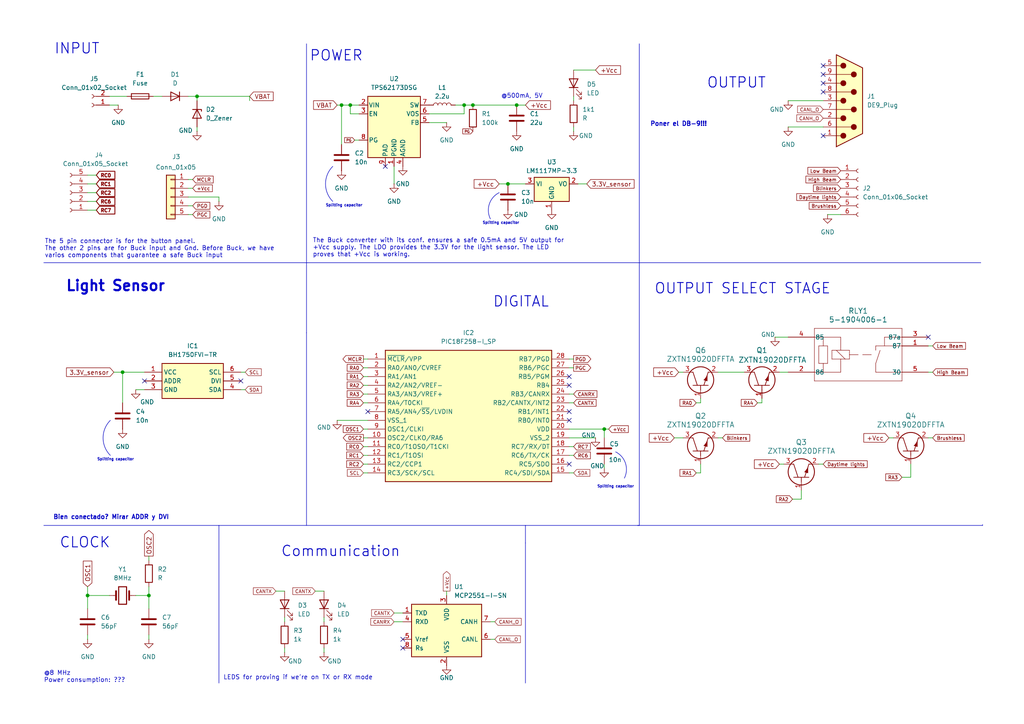
<source format=kicad_sch>
(kicad_sch (version 20231120) (generator "eeschema") (generator_version "8.0")
  (paper "A4")
  (title_block (title "Projecte Eines de Disseny: Llums") (date "2025-03-21") (rev "1.0") (company "Jordi Godàs i Max Pérez"))
  (lib_symbols
    (symbol "5-1904006-1:5-1904006-1" (pin_names (offset 0.254))
      (property "Reference" "RLY" (at 20.32 7.62 0))
      (property "Value" "5-1904006-1" (at 20.32 5.08 0))
      (symbol "5-1904006-1_0_1"
        (pin unspecified line (at 40.64 -2.54 180) (length 7.62) (name "87") (number "1"))
        (pin unspecified line (at 0 -10.16 0) (length 7.62) (name "86") (number "2"))
        (pin unspecified line (at 40.64 0 180) (length 7.62) (name "87a") (number "3"))
        (pin unspecified line (at 0 0 0) (length 7.62) (name "85") (number "4"))
        (pin unspecified line (at 40.64 -10.16 180) (length 7.62) (name "30") (number "5"))
      )
    )
    (symbol "Connector:Conn_01x02_Socket" (pin_names (offset 1.016) hide)
      (property "Reference" "J" (at 0 2.54 0))
      (property "Value" "Conn_01x02_Socket" (at 0 -5.08 0))
      (symbol "Conn_01x02_Socket_1_1"
        (pin passive line (at -5.08 0 0) (length 3.81) (name "Pin_1") (number "1"))
        (pin passive line (at -5.08 -2.54 0) (length 3.81) (name "Pin_2") (number "2"))
      )
    )
    (symbol "Connector:Conn_01x05_Socket" (pin_names (offset 1.016) hide)
      (property "Reference" "J" (at 0 7.62 0))
      (property "Value" "Conn_01x05_Socket" (at 0 -7.62 0))
      (symbol "Conn_01x05_Socket_1_1"
        (pin passive line (at -5.08 5.08 0) (length 3.81) (name "Pin_1") (number "1"))
        (pin passive line (at -5.08 2.54 0) (length 3.81) (name "Pin_2") (number "2"))
        (pin passive line (at -5.08 0 0) (length 3.81) (name "Pin_3") (number "3"))
        (pin passive line (at -5.08 -2.54 0) (length 3.81) (name "Pin_4") (number "4"))
        (pin passive line (at -5.08 -5.08 0) (length 3.81) (name "Pin_5") (number "5"))
      )
    )
    (symbol "Connector:Conn_01x06_Socket" (pin_names (offset 1.016) hide)
      (property "Reference" "J" (at 0 7.62 0))
      (property "Value" "Conn_01x06_Socket" (at 0 -10.16 0))
      (symbol "Conn_01x06_Socket_1_1"
        (pin passive line (at -5.08 5.08 0) (length 3.81) (name "Pin_1") (number "1"))
        (pin passive line (at -5.08 2.54 0) (length 3.81) (name "Pin_2") (number "2"))
        (pin passive line (at -5.08 0 0) (length 3.81) (name "Pin_3") (number "3"))
        (pin passive line (at -5.08 -2.54 0) (length 3.81) (name "Pin_4") (number "4"))
        (pin passive line (at -5.08 -5.08 0) (length 3.81) (name "Pin_5") (number "5"))
        (pin passive line (at -5.08 -7.62 0) (length 3.81) (name "Pin_6") (number "6"))
      )
    )
    (symbol "Connector:DE9_Plug" (pin_names (offset 1.016) hide)
      (property "Reference" "J" (at 0 13.97 0))
      (property "Value" "DE9_Plug" (at 0 -14.605 0))
      (symbol "DE9_Plug_1_1"
        (pin passive line (at -7.62 -10.16 0) (length 3.81) (name "1") (number "1"))
        (pin passive line (at -7.62 -5.08 0) (length 3.81) (name "2") (number "2"))
        (pin passive line (at -7.62 0 0) (length 3.81) (name "3") (number "3"))
        (pin passive line (at -7.62 5.08 0) (length 3.81) (name "4") (number "4"))
        (pin passive line (at -7.62 10.16 0) (length 3.81) (name "5") (number "5"))
        (pin passive line (at -7.62 -7.62 0) (length 3.81) (name "6") (number "6"))
        (pin passive line (at -7.62 -2.54 0) (length 3.81) (name "7") (number "7"))
        (pin passive line (at -7.62 2.54 0) (length 3.81) (name "8") (number "8"))
        (pin passive line (at -7.62 7.62 0) (length 3.81) (name "9") (number "9"))
      )
    )
    (symbol "Connector_Generic:Conn_01x05" (pin_names (offset 1.016) hide)
      (property "Reference" "J" (at 0 7.62 0))
      (property "Value" "Conn_01x05" (at 0 -7.62 0))
      (symbol "Conn_01x05_1_1"
        (pin passive line (at -5.08 5.08 0) (length 3.81) (name "Pin_1") (number "1"))
        (pin passive line (at -5.08 2.54 0) (length 3.81) (name "Pin_2") (number "2"))
        (pin passive line (at -5.08 0 0) (length 3.81) (name "Pin_3") (number "3"))
        (pin passive line (at -5.08 -2.54 0) (length 3.81) (name "Pin_4") (number "4"))
        (pin passive line (at -5.08 -5.08 0) (length 3.81) (name "Pin_5") (number "5"))
      )
    )
    (symbol "Device:C" (pin_numbers hide) (pin_names (offset 0.254))
      (property "Reference" "C" (at 0.635 2.54 0))
      (property "Value" "C" (at 0.635 -2.54 0))
      (symbol "C_1_1"
        (pin passive line (at 0 3.81 270) (length 2.794) (name "~") (number "1"))
        (pin passive line (at 0 -3.81 90) (length 2.794) (name "~") (number "2"))
      )
    )
    (symbol "Device:Crystal" (pin_numbers hide) (pin_names (offset 1.016) hide)
      (property "Reference" "Y" (at 0 3.81 0))
      (property "Value" "Crystal" (at 0 -3.81 0))
      (symbol "Crystal_1_1"
        (pin passive line (at -3.81 0 0) (length 1.27) (name "1") (number "1"))
        (pin passive line (at 3.81 0 180) (length 1.27) (name "2") (number "2"))
      )
    )
    (symbol "Device:D" (pin_numbers hide) (pin_names (offset 1.016) hide)
      (property "Reference" "D" (at 0 2.54 0))
      (property "Value" "D" (at 0 -2.54 0))
      (symbol "D_1_1"
        (pin passive line (at -3.81 0 0) (length 2.54) (name "K") (number "1"))
        (pin passive line (at 3.81 0 180) (length 2.54) (name "A") (number "2"))
      )
    )
    (symbol "Device:D_Zener" (pin_numbers hide) (pin_names (offset 1.016) hide)
      (property "Reference" "D" (at 0 2.54 0))
      (property "Value" "D_Zener" (at 0 -2.54 0))
      (symbol "D_Zener_1_1"
        (pin passive line (at -3.81 0 0) (length 2.54) (name "K") (number "1"))
        (pin passive line (at 3.81 0 180) (length 2.54) (name "A") (number "2"))
      )
    )
    (symbol "Device:Fuse" (pin_numbers hide) (pin_names (offset 0))
      (property "Reference" "F" (at 2.032 0 90))
      (property "Value" "Fuse" (at -1.905 0 90))
      (symbol "Fuse_1_1"
        (pin passive line (at 0 3.81 270) (length 1.27) (name "~") (number "1"))
        (pin passive line (at 0 -3.81 90) (length 1.27) (name "~") (number "2"))
      )
    )
    (symbol "Device:L" (pin_numbers hide) (pin_names (offset 1.016) hide)
      (property "Reference" "L" (at -1.27 0 90))
      (property "Value" "L" (at 1.905 0 90))
      (symbol "L_1_1"
        (pin passive line (at 0 3.81 270) (length 1.27) (name "1") (number "1"))
        (pin passive line (at 0 -3.81 90) (length 1.27) (name "2") (number "2"))
      )
    )
    (symbol "Device:LED" (pin_numbers hide) (pin_names (offset 1.016) hide)
      (property "Reference" "D" (at 0 2.54 0))
      (property "Value" "LED" (at 0 -2.54 0))
      (symbol "LED_1_1"
        (pin passive line (at -3.81 0 0) (length 2.54) (name "K") (number "1"))
        (pin passive line (at 3.81 0 180) (length 2.54) (name "A") (number "2"))
      )
    )
    (symbol "Device:R" (pin_numbers hide) (pin_names (offset 0))
      (property "Reference" "R" (at 2.032 0 90))
      (property "Value" "R" (at 0 0 90))
      (symbol "R_1_1"
        (pin passive line (at 0 3.81 270) (length 1.27) (name "~") (number "1"))
        (pin passive line (at 0 -3.81 90) (length 1.27) (name "~") (number "2"))
      )
    )
    (symbol "Interface_CAN_LIN:MCP2551-I-SN" (pin_names (offset 1.016))
      (property "Reference" "U" (at -10.16 8.89 0))
      (property "Value" "MCP2551-I-SN" (at 2.54 8.89 0))
      (symbol "MCP2551-I-SN_1_1"
        (pin input line (at -12.7 5.08 0) (length 2.54) (name "TXD") (number "1"))
        (pin power_in line (at 0 -10.16 90) (length 2.54) (name "VSS") (number "2"))
        (pin power_in line (at 0 10.16 270) (length 2.54) (name "VDD") (number "3"))
        (pin output line (at -12.7 2.54 0) (length 2.54) (name "RXD") (number "4"))
        (pin power_out line (at -12.7 -2.54 0) (length 2.54) (name "Vref") (number "5"))
        (pin bidirectional line (at 12.7 -2.54 180) (length 2.54) (name "CANL") (number "6"))
        (pin bidirectional line (at 12.7 2.54 180) (length 2.54) (name "CANH") (number "7"))
        (pin input line (at -12.7 -5.08 0) (length 2.54) (name "Rs") (number "8"))
      )
    )
    (symbol "PIC18F258-I_SP:PIC18F258-I_SP"
      (property "Reference" "IC" (at 54.61 7.62 0))
      (property "Value" "PIC18F258-I_SP" (at 54.61 5.08 0))
      (symbol "PIC18F258-I_SP_1_1"
        (pin passive line (at 0 0 0) (length 5.08) (name "~{MCLR}/VPP") (number "1"))
        (pin passive line (at 0 -22.86 0) (length 5.08) (name "OSC2/CLKO/RA6") (number "10"))
        (pin passive line (at 0 -25.4 0) (length 5.08) (name "RC0/T1OSO/T1CKI") (number "11"))
        (pin passive line (at 0 -27.94 0) (length 5.08) (name "RC1/T1OSI") (number "12"))
        (pin passive line (at 0 -30.48 0) (length 5.08) (name "RC2/CCP1") (number "13"))
        (pin passive line (at 0 -33.02 0) (length 5.08) (name "RC3/SCK/SCL") (number "14"))
        (pin passive line (at 58.42 -33.02 180) (length 5.08) (name "RC4/SDI/SDA") (number "15"))
        (pin passive line (at 58.42 -30.48 180) (length 5.08) (name "RC5/SDO") (number "16"))
        (pin passive line (at 58.42 -27.94 180) (length 5.08) (name "RC6/TX/CK") (number "17"))
        (pin passive line (at 58.42 -25.4 180) (length 5.08) (name "RC7/RX/DT") (number "18"))
        (pin passive line (at 58.42 -22.86 180) (length 5.08) (name "VSS_2") (number "19"))
        (pin passive line (at 0 -2.54 0) (length 5.08) (name "RA0/AN0/CVREF") (number "2"))
        (pin passive line (at 58.42 -20.32 180) (length 5.08) (name "VDD") (number "20"))
        (pin passive line (at 58.42 -17.78 180) (length 5.08) (name "RB0/INT0") (number "21"))
        (pin passive line (at 58.42 -15.24 180) (length 5.08) (name "RB1/INT1") (number "22"))
        (pin passive line (at 58.42 -12.7 180) (length 5.08) (name "RB2/CANTX/INT2") (number "23"))
        (pin passive line (at 58.42 -10.16 180) (length 5.08) (name "RB3/CANRX") (number "24"))
        (pin passive line (at 58.42 -7.62 180) (length 5.08) (name "RB4") (number "25"))
        (pin passive line (at 58.42 -5.08 180) (length 5.08) (name "RB5/PGM") (number "26"))
        (pin passive line (at 58.42 -2.54 180) (length 5.08) (name "RB6/PGC") (number "27"))
        (pin passive line (at 58.42 0 180) (length 5.08) (name "RB7/PGD") (number "28"))
        (pin passive line (at 0 -5.08 0) (length 5.08) (name "RA1/AN1") (number "3"))
        (pin passive line (at 0 -7.62 0) (length 5.08) (name "RA2/AN2/VREF-") (number "4"))
        (pin passive line (at 0 -10.16 0) (length 5.08) (name "RA3/AN3/VREF+") (number "5"))
        (pin passive line (at 0 -12.7 0) (length 5.08) (name "RA4/T0CKI") (number "6"))
        (pin passive line (at 0 -15.24 0) (length 5.08) (name "RA5/AN4/~{SS}/LVDIN") (number "7"))
        (pin passive line (at 0 -17.78 0) (length 5.08) (name "VSS_1") (number "8"))
        (pin passive line (at 0 -20.32 0) (length 5.08) (name "OSC1/CLKI") (number "9"))
      )
    )
    (symbol "Regulator_Linear:LM1117MP-3.3"
      (property "Reference" "U" (at -3.81 3.175 0))
      (property "Value" "LM1117MP-3.3" (at 0 3.175 0))
      (symbol "LM1117MP-3.3_1_1"
        (pin power_in line (at 0 -7.62 90) (length 2.54) (name "GND") (number "1"))
        (pin power_out line (at 7.62 0 180) (length 2.54) (name "VO") (number "2"))
        (pin power_in line (at -7.62 0 0) (length 2.54) (name "VI") (number "3"))
      )
    )
    (symbol "Regulator_Switching:TPS62173DSG" (pin_names (offset 0.254))
      (property "Reference" "U" (at -7.62 11.43 0))
      (property "Value" "TPS62173DSG" (at -1.27 11.43 0))
      (symbol "TPS62173DSG_1_1"
        (pin power_in line (at 0 -10.16 90) (length 2.54) (name "PGND") (number "1"))
        (pin power_in line (at -10.16 7.62 0) (length 2.54) (name "VIN") (number "2"))
        (pin input line (at -10.16 5.08 0) (length 2.54) (name "EN") (number "3"))
        (pin power_in line (at 2.54 -10.16 90) (length 2.54) (name "AGND") (number "4"))
        (pin input line (at 10.16 2.54 180) (length 2.54) (name "FB") (number "5"))
        (pin input line (at 10.16 5.08 180) (length 2.54) (name "VOS") (number "6"))
        (pin output line (at 10.16 7.62 180) (length 2.54) (name "SW") (number "7"))
        (pin open_collector line (at -10.16 -2.54 0) (length 2.54) (name "PG") (number "8"))
        (pin power_in line (at -2.54 -10.16 90) (length 2.54) (name "PAD") (number "9"))
      )
    )
    (symbol "ZXTN:ZXTN19020DFFTA" (pin_names (offset 0.254))
      (property "Reference" "Q" (at 10.16 2.54 0))
      (property "Value" "ZXTN19020DFFTA" (at 10.16 -2.54 0))
      (symbol "ZXTN19020DFFTA_0_1"
        (pin unspecified line (at 0 0 0) (length 2.54) (name "") (number "1"))
        (pin unspecified line (at 7.62 -5.08 90) (length 2.54) (name "") (number "2"))
        (pin unspecified line (at 7.62 5.08 270) (length 2.54) (name "") (number "3"))
      )
    )
    (symbol "power:GND" (power) (pin_numbers hide) (pin_names (offset 0) hide)
      (property "Value" "GND" (at 0 -3.81 0))
      (symbol "GND_1_1"
        (pin power_in line (at 0 0 270) (length 0) (name "~") (number "1"))
      )
    )
    (symbol "sensordigitalluz:BH1750FVI-TR"
      (property "Reference" "IC" (at 24.13 7.62 0))
      (property "Value" "BH1750FVI-TR" (at 24.13 5.08 0))
      (symbol "BH1750FVI-TR_1_1"
        (pin passive line (at 0 0 0) (length 5.08) (name "VCC") (number "1"))
        (pin passive line (at 0 -2.54 0) (length 5.08) (name "ADDR") (number "2"))
        (pin passive line (at 0 -5.08 0) (length 5.08) (name "GND") (number "3"))
        (pin passive line (at 27.94 -5.08 180) (length 5.08) (name "SDA") (number "4"))
        (pin passive line (at 27.94 -2.54 180) (length 5.08) (name "DVI") (number "5"))
        (pin passive line (at 27.94 0 180) (length 5.08) (name "SCL") (number "6"))
      )
    )
  )
  (junction (at 99.06 30.48))
  (junction (at 175.26 124.46))
  (junction (at 137.16 30.48))
  (junction (at 134.62 30.48))
  (junction (at 35.56 107.95))
  (junction (at 25.4 172.72))
  (junction (at 57.15 27.94))
  (junction (at 101.6 30.48))
  (junction (at 149.86 30.48))
  (junction (at 147.32 53.34))
  (junction (at 43.18 172.72))
  (no_connect (at 69.85 110.49))
  (no_connect (at 238.76 26.67))
  (no_connect (at 165.1 111.76))
  (no_connect (at 41.91 110.49))
  (no_connect (at 106.68 119.38))
  (no_connect (at 238.76 19.05))
  (no_connect (at 165.1 109.22))
  (no_connect (at 116.84 187.96))
  (no_connect (at 269.24 97.79))
  (no_connect (at 165.1 119.38))
  (no_connect (at 111.76 48.26))
  (no_connect (at 165.1 121.92))
  (no_connect (at 238.76 39.37))
  (no_connect (at 238.76 24.13))
  (no_connect (at 238.76 21.59))
  (no_connect (at 165.1 134.62))
  (no_connect (at 116.84 185.42))
  (wire (pts (xy 165.1 124.46) (xy 175.26 124.46)))
  (wire (pts (xy 220.98 116.84) (xy 220.98 115.57)))
  (wire (pts (xy 143.51 180.34) (xy 142.24 180.34)))
  (wire (pts (xy 166.37 104.14) (xy 165.1 104.14)))
  (wire (pts (xy 72.39 27.94) (xy 72.39 29.21)))
  (wire (pts (xy 166.37 29.21) (xy 166.37 27.94)))
  (polyline (pts (xy 12.7 152.4) (xy 63.5 152.4)))
  (wire (pts (xy 25.4 172.72) (xy 25.4 176.53)))
  (wire (pts (xy 35.56 107.95) (xy 41.91 107.95)))
  (polyline (pts (xy 185.42 76.2) (xy 284.48 76.2)))
  (wire (pts (xy 232.41 144.78) (xy 232.41 142.24)))
  (wire (pts (xy 149.86 30.48) (xy 152.4 30.48)))
  (wire (pts (xy 129.54 171.45) (xy 129.54 172.72)))
  (wire (pts (xy 228.6 29.21) (xy 238.76 29.21)))
  (wire (pts (xy 57.15 27.94) (xy 72.39 27.94)))
  (wire (pts (xy 35.56 116.84) (xy 35.56 107.95)))
  (wire (pts (xy 99.06 30.48) (xy 101.6 30.48)))
  (wire (pts (xy 105.41 111.76) (xy 106.68 111.76)))
  (wire (pts (xy 134.62 30.48) (xy 137.16 30.48)))
  (wire (pts (xy 134.62 30.48) (xy 134.62 33.02)))
  (wire (pts (xy 124.46 33.02) (xy 134.62 33.02)))
  (wire (pts (xy 54.61 54.61) (xy 55.88 54.61)))
  (wire (pts (xy 82.55 180.34) (xy 82.55 179.07)))
  (wire (pts (xy 264.16 138.43) (xy 264.16 134.62)))
  (wire (pts (xy 82.55 189.23) (xy 82.55 187.96)))
  (wire (pts (xy 269.24 100.33) (xy 270.51 100.33)))
  (wire (pts (xy 201.93 137.16) (xy 203.2 137.16)))
  (wire (pts (xy 172.72 127) (xy 165.1 127)))
  (polyline (pts (xy 88.9 12.7) (xy 88.9 76.2)))
  (wire (pts (xy 93.98 189.23) (xy 93.98 187.96)))
  (wire (pts (xy 175.26 124.46) (xy 175.26 127)))
  (wire (pts (xy 166.37 137.16) (xy 165.1 137.16)))
  (wire (pts (xy 114.3 48.26) (xy 114.3 53.34)))
  (wire (pts (xy 43.18 185.42) (xy 43.18 184.15)))
  (wire (pts (xy 166.37 114.3) (xy 165.1 114.3)))
  (wire (pts (xy 55.88 59.69) (xy 54.61 59.69)))
  (polyline (pts (xy 88.9 96.52) (xy 88.9 152.4)))
  (wire (pts (xy 167.64 53.34) (xy 170.18 53.34)))
  (wire (pts (xy 54.61 52.07) (xy 55.88 52.07)))
  (wire (pts (xy 25.4 50.8) (xy 27.94 50.8)))
  (wire (pts (xy 43.18 161.29) (xy 43.18 162.56)))
  (wire (pts (xy 105.41 127) (xy 106.68 127)))
  (wire (pts (xy 105.41 104.14) (xy 106.68 104.14)))
  (wire (pts (xy 54.61 27.94) (xy 57.15 27.94)))
  (wire (pts (xy 97.79 30.48) (xy 99.06 30.48)))
  (wire (pts (xy 144.78 53.34) (xy 147.32 53.34)))
  (wire (pts (xy 270.51 127) (xy 269.24 127)))
  (wire (pts (xy 226.06 107.95) (xy 228.6 107.95)))
  (polyline (pts (xy 185.42 76.2) (xy 185.42 152.4)))
  (polyline (pts (xy 152.4 152.4) (xy 185.42 152.4)))
  (wire (pts (xy 175.26 124.46) (xy 176.53 124.46)))
  (polyline (pts (xy 184.912 152.4) (xy 284.988 152.4)))
  (wire (pts (xy 226.06 134.62) (xy 227.33 134.62)))
  (wire (pts (xy 80.01 171.45) (xy 82.55 171.45)))
  (wire (pts (xy 105.41 124.46) (xy 106.68 124.46)))
  (wire (pts (xy 105.41 109.22) (xy 106.68 109.22)))
  (wire (pts (xy 25.4 172.72) (xy 31.75 172.72)))
  (wire (pts (xy 166.37 38.1) (xy 166.37 36.83)))
  (wire (pts (xy 257.81 127) (xy 259.08 127)))
  (wire (pts (xy 102.87 40.64) (xy 104.14 40.64)))
  (wire (pts (xy 137.16 30.48) (xy 149.86 30.48)))
  (wire (pts (xy 91.44 171.45) (xy 93.98 171.45)))
  (wire (pts (xy 229.87 144.78) (xy 232.41 144.78)))
  (wire (pts (xy 101.6 30.48) (xy 104.14 30.48)))
  (wire (pts (xy 99.06 30.48) (xy 99.06 41.91)))
  (wire (pts (xy 105.41 129.54) (xy 106.68 129.54)))
  (wire (pts (xy 114.3 180.34) (xy 116.84 180.34)))
  (wire (pts (xy 166.37 20.32) (xy 172.72 20.32)))
  (wire (pts (xy 240.03 62.23) (xy 243.84 62.23)))
  (wire (pts (xy 71.12 113.03) (xy 69.85 113.03)))
  (wire (pts (xy 195.58 127) (xy 198.12 127)))
  (wire (pts (xy 101.6 30.48) (xy 101.6 33.02)))
  (wire (pts (xy 101.6 33.02) (xy 104.14 33.02)))
  (polyline (pts (xy 63.5 152.4) (xy 152.4 152.4)))
  (wire (pts (xy 219.71 116.84) (xy 220.98 116.84)))
  (wire (pts (xy 114.3 177.8) (xy 116.84 177.8)))
  (wire (pts (xy 44.45 27.94) (xy 46.99 27.94)))
  (wire (pts (xy 132.08 30.48) (xy 134.62 30.48)))
  (wire (pts (xy 261.62 138.43) (xy 264.16 138.43)))
  (polyline (pts (xy 152.4 157.48) (xy 152.4 198.12)))
  (wire (pts (xy 25.4 60.96) (xy 27.94 60.96)))
  (wire (pts (xy 39.37 172.72) (xy 43.18 172.72)))
  (wire (pts (xy 39.37 113.03) (xy 41.91 113.03)))
  (wire (pts (xy 238.76 134.62) (xy 237.49 134.62)))
  (wire (pts (xy 63.5 57.15) (xy 63.5 58.42)))
  (polyline (pts (xy 63.5 152.4) (xy 63.5 198.12)))
  (wire (pts (xy 208.28 107.95) (xy 215.9 107.95)))
  (wire (pts (xy 55.88 62.23) (xy 54.61 62.23)))
  (wire (pts (xy 166.37 116.84) (xy 165.1 116.84)))
  (wire (pts (xy 31.75 27.94) (xy 36.83 27.94)))
  (wire (pts (xy 166.37 106.68) (xy 165.1 106.68)))
  (wire (pts (xy 25.4 55.88) (xy 27.94 55.88)))
  (wire (pts (xy 124.46 35.56) (xy 129.54 35.56)))
  (wire (pts (xy 166.37 129.54) (xy 165.1 129.54)))
  (wire (pts (xy 105.41 116.84) (xy 106.68 116.84)))
  (wire (pts (xy 203.2 116.84) (xy 203.2 115.57)))
  (wire (pts (xy 228.6 36.83) (xy 238.76 36.83)))
  (wire (pts (xy 224.79 97.79) (xy 228.6 97.79)))
  (wire (pts (xy 270.51 107.95) (xy 269.24 107.95)))
  (wire (pts (xy 31.75 30.48) (xy 34.29 30.48)))
  (wire (pts (xy 57.15 27.94) (xy 57.15 29.21)))
  (wire (pts (xy 196.85 107.95) (xy 198.12 107.95)))
  (wire (pts (xy 209.55 127) (xy 208.28 127)))
  (wire (pts (xy 43.18 170.18) (xy 43.18 172.72)))
  (wire (pts (xy 143.51 185.42) (xy 142.24 185.42)))
  (wire (pts (xy 25.4 185.42) (xy 25.4 184.15)))
  (polyline (pts (xy 12.7 76.2) (xy 101.6 76.2)))
  (wire (pts (xy 97.79 121.92) (xy 106.68 121.92)))
  (wire (pts (xy 25.4 58.42) (xy 27.94 58.42)))
  (wire (pts (xy 43.18 172.72) (xy 43.18 176.53)))
  (wire (pts (xy 105.41 137.16) (xy 106.68 137.16)))
  (wire (pts (xy 166.37 132.08) (xy 165.1 132.08)))
  (polyline (pts (xy 152.4 152.4) (xy 152.4 157.48)))
  (wire (pts (xy 25.4 53.34) (xy 27.94 53.34)))
  (wire (pts (xy 54.61 57.15) (xy 63.5 57.15)))
  (polyline (pts (xy 185.42 12.7) (xy 185.42 76.2)))
  (wire (pts (xy 71.12 107.95) (xy 69.85 107.95)))
  (wire (pts (xy 33.02 107.95) (xy 35.56 107.95)))
  (polyline (pts (xy 88.9 76.2) (xy 88.9 96.52)))
  (wire (pts (xy 175.26 135.89) (xy 175.26 134.62)))
  (wire (pts (xy 201.93 116.84) (xy 203.2 116.84)))
  (polyline (pts (xy 101.6 76.2) (xy 185.42 76.2)))
  (wire (pts (xy 57.15 38.1) (xy 57.15 36.83)))
  (wire (pts (xy 105.41 106.68) (xy 106.68 106.68)))
  (wire (pts (xy 147.32 53.34) (xy 152.4 53.34)))
  (wire (pts (xy 105.41 132.08) (xy 106.68 132.08)))
  (wire (pts (xy 105.41 114.3) (xy 106.68 114.3)))
  (wire (pts (xy 203.2 137.16) (xy 203.2 134.62)))
  (polyline (pts (xy 284.988 152.146) (xy 284.988 152.4)))
  (wire (pts (xy 93.98 180.34) (xy 93.98 179.07)))
  (wire (pts (xy 25.4 170.18) (xy 25.4 172.72)))
  (wire (pts (xy 105.41 134.62) (xy 106.68 134.62)))
  (arc (start 32.004 132.08) (mid 29.8998 127) (end 32.004 121.92))
  (arc (start 178.562 131.064) (mid 181.4102 134.3479) (end 181.102 138.684))
  (arc (start 96.52 58.42) (mid 94.4158 53.34) (end 96.52 48.26))
  (arc (start 142.24 63.5) (mid 141.9318 59.1639) (end 144.78 55.88))
  (text "INPUT" (at 22.352 14.224 0) (effects (font (size 3 3) (thickness 0.254) (bold yes))))
  (text "Bien conectado? Mirar ADDR y DVI" (at 32.258 150.114 0) (effects (font (size 1.27 1.27) (thickness 0.254) (bold yes))))
  (text "OUTPUT SELECT STAGE" (at 215.392 83.82 0) (effects (font (size 3 3) (thickness 0.254) (bold yes))))
  (text "Splitting capacitor" (at 99.822 59.69 0) (effects (font (size 0.75 0.75))))
  (text "LEDS for proving if we're on TX or RX mode" (at 64.77 196.596 0) (effects (font (size 1.27 1.27)) (justify left)))
  (text "Splitting capacitor" (at 178.562 141.224 0) (effects (font (size 0.75 0.75))))
  (text "POWER\n" (at 97.536 16.256 0) (effects (font (size 3 3) (thickness 0.254) (bold yes))))
  (text "Communication" (at 98.806 160.02 0) (effects (font (size 3 3) (thickness 0.255) (bold yes))))
  (text "Splitting capacitor" (at 145.288 64.77 0) (effects (font (size 0.75 0.75))))
  (text "Light Sensor" (at 33.528 83.058 0) (effects (font (size 3 3) (thickness 0.6) (bold yes))))
  (text "OUTPUT" (at 213.614 24.13 0) (effects (font (size 3 3) (thickness 0.254) (bold yes))))
  (text "The 5 pin connector is for the button panel.\nThe other 2 pins are for Buck input and Gnd. Before Buck, we have\nvarios components that guarantee a safe Buck input" (at 12.954 72.136 0) (effects (font (size 1.27 1.27) (thickness 0.1588)) (justify left)))
  (text "@500mA, 5V" (at 151.384 27.94 0) (effects (font (size 1.27 1.27))))
  (text "Poner el DB-9!!!" (at 196.85 36.068 0) (effects (font (size 1.27 1.27) (thickness 0.254) (bold yes))))
  (text "Splitting capacitor" (at 33.528 133.35 0) (effects (font (size 0.75 0.75))))
  (text "CLOCK" (at 24.638 157.48 0) (effects (font (size 3 3) (thickness 0.255) (bold yes))))
  (text "DIGITAL" (at 151.13 87.63 0) (effects (font (size 3 3) (thickness 0.255) (bold yes))))
  (text "@8 MHz\nPower consumption: ???" (at 12.7 196.342 0) (effects (font (size 1.27 1.27)) (justify left)))
  (text "The Buck converter with its conf. ensures a safe 0.5mA and 5V output for\n+Vcc supply. The LDO provides the 3.3V for the light sensor. The LED\nproves that +Vcc is working." (at 90.678 71.882 0) (effects (font (size 1.27 1.27) (thickness 0.1588)) (justify left)))
  (global_label "+Vcc" (shape input) (at 226.06 134.62 180) (property "Intersheetrefs" "${INTERSHEET_REFS}" (effects (hide yes))))
  (global_label "PGC" (shape input) (at 55.88 62.23 0) (effects (font (size 1.016 1.016))) (property "Intersheetrefs" "${INTERSHEET_REFS}" (effects (hide yes))))
  (global_label "RC6" (shape input) (at 166.37 132.08 0) (effects (font (size 1 1))) (property "Intersheetrefs" "${INTERSHEET_REFS}" (effects (hide yes))))
  (global_label "+Vcc" (shape input) (at 144.78 53.34 180) (property "Intersheetrefs" "${INTERSHEET_REFS}" (effects (hide yes))))
  (global_label "RC1" (shape input) (at 27.94 53.34 0) (effects (font (size 1 1) (thickness 0.254) (bold yes))) (property "Intersheetrefs" "${INTERSHEET_REFS}" (effects (hide yes))))
  (global_label "CANRX" (shape input) (at 166.37 114.3 0) (effects (font (size 1 1))) (property "Intersheetrefs" "${INTERSHEET_REFS}" (effects (hide yes))))
  (global_label "CANTX" (shape input) (at 91.44 171.45 180) (effects (font (size 1 1) (thickness 0.125))) (property "Intersheetrefs" "${INTERSHEET_REFS}" (effects (hide yes))))
  (global_label "CANTX" (shape input) (at 80.01 171.45 180) (effects (font (size 1 1) (thickness 0.125))) (property "Intersheetrefs" "${INTERSHEET_REFS}" (effects (hide yes))))
  (global_label "Brushless" (shape input) (at 243.84 59.69 180) (effects (font (size 1 1))) (property "Intersheetrefs" "${INTERSHEET_REFS}" (effects (hide yes))))
  (global_label "+Vcc" (shape input) (at 257.81 127 180) (property "Intersheetrefs" "${INTERSHEET_REFS}" (effects (hide yes))))
  (global_label "+Vcc" (shape input) (at 55.88 54.61 0) (effects (font (size 1 1))) (property "Intersheetrefs" "${INTERSHEET_REFS}" (effects (hide yes))))
  (global_label "RC6" (shape input) (at 27.94 58.42 0) (effects (font (size 1 1) (thickness 0.254) (bold yes))) (property "Intersheetrefs" "${INTERSHEET_REFS}" (effects (hide yes))))
  (global_label "RA4" (shape input) (at 219.71 116.84 180) (effects (font (size 1 1))) (property "Intersheetrefs" "${INTERSHEET_REFS}" (effects (hide yes))))
  (global_label "Blinkers" (shape input) (at 243.84 54.61 180) (effects (font (size 1 1))) (property "Intersheetrefs" "${INTERSHEET_REFS}" (effects (hide yes))))
  (global_label "RA3" (shape input) (at 261.62 138.43 180) (effects (font (size 1 1))) (property "Intersheetrefs" "${INTERSHEET_REFS}" (effects (hide yes))))
  (global_label "SDA" (shape input) (at 166.37 137.16 0) (effects (font (size 1 1) (thickness 0.125))) (property "Intersheetrefs" "${INTERSHEET_REFS}" (effects (hide yes))))
  (global_label "+Vcc" (shape input) (at 196.85 107.95 180) (property "Intersheetrefs" "${INTERSHEET_REFS}" (effects (hide yes))))
  (global_label "CANL_O" (shape input) (at 143.51 185.42 0) (effects (font (size 1 1) (thickness 0.125))) (property "Intersheetrefs" "${INTERSHEET_REFS}" (effects (hide yes))))
  (global_label "RC2" (shape input) (at 105.41 134.62 180) (effects (font (size 1 1))) (property "Intersheetrefs" "${INTERSHEET_REFS}" (effects (hide yes))))
  (global_label "+Vcc" (shape input) (at 172.72 20.32 0) (property "Intersheetrefs" "${INTERSHEET_REFS}" (effects (hide yes))))
  (global_label "PG" (shape input) (at 102.87 40.64 180) (effects (font (size 0.75 0.75))) (property "Intersheetrefs" "${INTERSHEET_REFS}" (effects (hide yes))))
  (global_label "MCLR" (shape input) (at 55.88 52.07 0) (effects (font (size 1.016 1.016))) (property "Intersheetrefs" "${INTERSHEET_REFS}" (effects (hide yes))))
  (global_label "CANH_O" (shape input) (at 143.51 180.34 0) (effects (font (size 1 1) (thickness 0.125))) (property "Intersheetrefs" "${INTERSHEET_REFS}" (effects (hide yes))))
  (global_label "RC7" (shape input) (at 27.94 60.96 0) (effects (font (size 1 1) (thickness 0.254) (bold yes))) (property "Intersheetrefs" "${INTERSHEET_REFS}" (effects (hide yes))))
  (global_label "RA2" (shape input) (at 229.87 144.78 180) (effects (font (size 1 1))) (property "Intersheetrefs" "${INTERSHEET_REFS}" (effects (hide yes))))
  (global_label "Daytime lights" (shape input) (at 238.76 134.62 0) (effects (font (size 1 1))) (property "Intersheetrefs" "${INTERSHEET_REFS}" (effects (hide yes))))
  (global_label "RA0" (shape input) (at 105.41 106.68 180) (effects (font (size 1 1))) (property "Intersheetrefs" "${INTERSHEET_REFS}" (effects (hide yes))))
  (global_label "+Vcc" (shape input) (at 195.58 127 180) (property "Intersheetrefs" "${INTERSHEET_REFS}" (effects (hide yes))))
  (global_label "3.3V_sensor" (shape input) (at 170.18 53.34 0) (property "Intersheetrefs" "${INTERSHEET_REFS}" (effects (hide yes))))
  (global_label "OSC1" (shape input) (at 25.4 170.18 90) (property "Intersheetrefs" "${INTERSHEET_REFS}" (effects (hide yes))))
  (global_label "Low Beam" (shape input) (at 270.51 100.33 0) (effects (font (size 1 1))) (property "Intersheetrefs" "${INTERSHEET_REFS}" (effects (hide yes))))
  (global_label "+Vcc" (shape output) (at 129.54 171.45 90) (effects (font (size 1 1) (thickness 0.125))) (property "Intersheetrefs" "${INTERSHEET_REFS}" (effects (hide yes))))
  (global_label "+Vcc" (shape input) (at 152.4 30.48 0) (property "Intersheetrefs" "${INTERSHEET_REFS}" (effects (hide yes))))
  (global_label "OSC2" (shape output) (at 105.41 127 180) (effects (font (size 1 1))) (property "Intersheetrefs" "${INTERSHEET_REFS}" (effects (hide yes))))
  (global_label "RA4" (shape input) (at 105.41 116.84 180) (effects (font (size 1 1))) (property "Intersheetrefs" "${INTERSHEET_REFS}" (effects (hide yes))))
  (global_label "3.3V_sensor" (shape input) (at 33.02 107.95 180) (property "Intersheetrefs" "${INTERSHEET_REFS}" (effects (hide yes))))
  (global_label "VBAT" (shape input) (at 97.79 30.48 180) (property "Intersheetrefs" "${INTERSHEET_REFS}" (effects (hide yes))))
  (global_label "RA2" (shape input) (at 105.41 111.76 180) (effects (font (size 1 1))) (property "Intersheetrefs" "${INTERSHEET_REFS}" (effects (hide yes))))
  (global_label "RC2" (shape input) (at 27.94 55.88 0) (effects (font (size 1 1) (thickness 0.254) (bold yes))) (property "Intersheetrefs" "${INTERSHEET_REFS}" (effects (hide yes))))
  (global_label "RA0" (shape input) (at 201.93 116.84 180) (effects (font (size 1 1))) (property "Intersheetrefs" "${INTERSHEET_REFS}" (effects (hide yes))))
  (global_label "CANL_O" (shape input) (at 238.76 31.75 180) (effects (font (size 1 1) (thickness 0.125))) (property "Intersheetrefs" "${INTERSHEET_REFS}" (effects (hide yes))))
  (global_label "Blinkers" (shape input) (at 209.55 127 0) (effects (font (size 1 1))) (property "Intersheetrefs" "${INTERSHEET_REFS}" (effects (hide yes))))
  (global_label "PGC" (shape output) (at 166.37 106.68 0) (effects (font (size 1.016 1.016))) (property "Intersheetrefs" "${INTERSHEET_REFS}" (effects (hide yes))))
  (global_label "+Vcc" (shape input) (at 176.53 124.46 0) (effects (font (size 1 1))) (property "Intersheetrefs" "${INTERSHEET_REFS}" (effects (hide yes))))
  (global_label "RC0" (shape input) (at 105.41 129.54 180) (effects (font (size 1 1))) (property "Intersheetrefs" "${INTERSHEET_REFS}" (effects (hide yes))))
  (global_label "OSC2" (shape output) (at 43.18 161.29 90) (property "Intersheetrefs" "${INTERSHEET_REFS}" (effects (hide yes))))
  (global_label "RA1" (shape input) (at 201.93 137.16 180) (effects (font (size 1 1))) (property "Intersheetrefs" "${INTERSHEET_REFS}" (effects (hide yes))))
  (global_label "VBAT" (shape input) (at 72.39 27.94 0) (property "Intersheetrefs" "${INTERSHEET_REFS}" (effects (hide yes))))
  (global_label "PGD" (shape input) (at 55.88 59.69 0) (effects (font (size 1.016 1.016))) (property "Intersheetrefs" "${INTERSHEET_REFS}" (effects (hide yes))))
  (global_label "CANH_O" (shape input) (at 238.76 34.29 180) (effects (font (size 1 1) (thickness 0.125))) (property "Intersheetrefs" "${INTERSHEET_REFS}" (effects (hide yes))))
  (global_label "PGD" (shape output) (at 166.37 104.14 0) (effects (font (size 1.016 1.016))) (property "Intersheetrefs" "${INTERSHEET_REFS}" (effects (hide yes))))
  (global_label "RC1" (shape input) (at 105.41 132.08 180) (effects (font (size 1 1))) (property "Intersheetrefs" "${INTERSHEET_REFS}" (effects (hide yes))))
  (global_label "CANTX" (shape input) (at 166.37 116.84 0) (effects (font (size 1 1))) (property "Intersheetrefs" "${INTERSHEET_REFS}" (effects (hide yes))))
  (global_label "CANTX" (shape input) (at 114.3 177.8 180) (effects (font (size 1 1) (thickness 0.125))) (property "Intersheetrefs" "${INTERSHEET_REFS}" (effects (hide yes))))
  (global_label "RC0" (shape input) (at 27.94 50.8 0) (effects (font (size 1 1) (thickness 0.254) (bold yes))) (property "Intersheetrefs" "${INTERSHEET_REFS}" (effects (hide yes))))
  (global_label "SCL" (shape input) (at 105.41 137.16 180) (effects (font (size 1 1) (thickness 0.125))) (property "Intersheetrefs" "${INTERSHEET_REFS}" (effects (hide yes))))
  (global_label "RA3" (shape input) (at 105.41 114.3 180) (effects (font (size 1 1))) (property "Intersheetrefs" "${INTERSHEET_REFS}" (effects (hide yes))))
  (global_label "SDA" (shape input) (at 71.12 113.03 0) (effects (font (size 1 1) (thickness 0.125))) (property "Intersheetrefs" "${INTERSHEET_REFS}" (effects (hide yes))))
  (global_label "RA1" (shape input) (at 105.41 109.22 180) (effects (font (size 1 1))) (property "Intersheetrefs" "${INTERSHEET_REFS}" (effects (hide yes))))
  (global_label "MCLR" (shape output) (at 105.41 104.14 180) (effects (font (size 1.016 1.016))) (property "Intersheetrefs" "${INTERSHEET_REFS}" (effects (hide yes))))
  (global_label "OSC1" (shape input) (at 105.41 124.46 180) (effects (font (size 1 1))) (property "Intersheetrefs" "${INTERSHEET_REFS}" (effects (hide yes))))
  (global_label "Low Beam" (shape input) (at 243.84 49.53 180) (effects (font (size 1 1))) (property "Intersheetrefs" "${INTERSHEET_REFS}" (effects (hide yes))))
  (global_label "CANRX" (shape input) (at 114.3 180.34 180) (effects (font (size 1 1) (thickness 0.125))) (property "Intersheetrefs" "${INTERSHEET_REFS}" (effects (hide yes))))
  (global_label "Daytime lights" (shape input) (at 243.84 57.15 180) (effects (font (size 1 1))) (property "Intersheetrefs" "${INTERSHEET_REFS}" (effects (hide yes))))
  (global_label "RC7" (shape input) (at 166.37 129.54 0) (effects (font (size 1 1))) (property "Intersheetrefs" "${INTERSHEET_REFS}" (effects (hide yes))))
  (global_label "PG" (shape input) (at 137.16 38.1 180) (effects (font (size 0.75 0.75))) (property "Intersheetrefs" "${INTERSHEET_REFS}" (effects (hide yes))))
  (global_label "High Beam" (shape input) (at 270.51 107.95 0) (effects (font (size 1 1))) (property "Intersheetrefs" "${INTERSHEET_REFS}" (effects (hide yes))))
  (global_label "SCL" (shape input) (at 71.12 107.95 0) (effects (font (size 1 1) (thickness 0.125))) (property "Intersheetrefs" "${INTERSHEET_REFS}" (effects (hide yes))))
  (global_label "High Beam" (shape input) (at 243.84 52.07 180) (effects (font (size 1 1))) (property "Intersheetrefs" "${INTERSHEET_REFS}" (effects (hide yes))))
  (global_label "Brushless" (shape input) (at 270.51 127 0) (effects (font (size 1 1))) (property "Intersheetrefs" "${INTERSHEET_REFS}" (effects (hide yes))))
  (symbol (lib_id "sensordigitalluz:BH1750FVI-TR") (at 41.91 107.95 0) (unit 1)
    (property "Reference" "IC1" (at 55.88 100.33 0))
    (property "Value" "BH1750FVI-TR" (at 55.88 102.87 0))
    (property "Footprint" "WSOF6" (effects (hide yes)))
    (property "Datasheet" "https://componentsearchengine.com/Datasheets/2/BH1750FVI-TR.pdf" (effects (hide yes)))
    (property "Description" "Ambient Light Sensor,16bit,I2C,WSOF6I ROHM BH1750FVI-TR Ambient Light Sensor Unit Surface Mount" (effects (hide yes)))
    (property "Mouser Part Number" "755-BH1750FVI-TR" (effects (hide yes)))
    (property "Mouser Price/Stock" "https://www.mouser.co.uk/ProductDetail/ROHM-Semiconductor/BH1750FVI-TR?qs=phc6PQ%252BTPUNy88lRCs6mVA%3D%3D" (effects (hide yes)))
    (property "Manufacturer_Name" "ROHM Semiconductor" (effects (hide yes)))
    (property "Manufacturer_Part_Number" "BH1750FVI-TR" (effects (hide yes)))
  )
  (symbol (lib_id "power:GND") (at 34.29 30.48 0) (unit 1)
    (property "Reference" "#PWR06" (effects (hide yes)))
    (property "Value" "GND" (at 34.29 35.56 0))
    (property "Description" "Power symbol creates a global label with name \"GND\" , ground" (effects (hide yes)))
  )
  (symbol (lib_id "power:GND") (at 129.54 35.56 0) (unit 1)
    (property "Reference" "#PWR09" (effects (hide yes)))
    (property "Value" "GND" (at 129.54 40.64 0))
    (property "Description" "Power symbol creates a global label with name \"GND\" , ground" (effects (hide yes)))
  )
  (symbol (lib_id "power:GND") (at 82.55 189.23 0) (unit 1)
    (property "Reference" "#PWR04" (effects (hide yes)))
    (property "Value" "GND" (at 85.598 191.77 0))
    (property "Description" "Power symbol creates a global label with name \"GND\" , ground" (effects (hide yes)))
  )
  (symbol (lib_id "Device:Fuse") (at 40.64 27.94 90) (unit 1)
    (property "Reference" "F1" (at 40.64 21.59 90))
    (property "Value" "Fuse" (at 40.64 24.13 90))
    (property "Description" "Fuse" (effects (hide yes)))
  )
  (symbol (lib_id "power:GND") (at 116.84 48.26 0) (unit 1)
    (property "Reference" "#PWR011" (effects (hide yes)))
    (property "Value" "GND" (at 116.84 53.34 0))
    (property "Description" "Power symbol creates a global label with name \"GND\" , ground" (effects (hide yes)))
  )
  (symbol (lib_id "Device:R") (at 43.18 166.37 0) (unit 1)
    (property "Reference" "R2" (at 45.72 165.0999 0) (effects (justify left)))
    (property "Value" "R" (at 45.72 167.6399 0) (effects (justify left)))
    (property "Description" "Resistor" (effects (hide yes)))
  )
  (symbol (lib_id "power:GND") (at 240.03 62.23 0) (unit 1)
    (property "Reference" "#PWR021" (effects (hide yes)))
    (property "Value" "GND" (at 240.03 67.31 0))
    (property "Description" "Power symbol creates a global label with name \"GND\" , ground" (effects (hide yes)))
  )
  (symbol (lib_id "power:GND") (at 224.79 97.79 0) (unit 1)
    (property "Reference" "#PWR025" (effects (hide yes)))
    (property "Value" "GND" (at 222.758 97.028 0))
    (property "Description" "Power symbol creates a global label with name \"GND\" , ground" (effects (hide yes)))
  )
  (symbol (lib_id "power:GND") (at 149.86 38.1 0) (unit 1)
    (property "Reference" "#PWR010" (effects (hide yes)))
    (property "Value" "GND" (at 149.86 43.18 0))
    (property "Description" "Power symbol creates a global label with name \"GND\" , ground" (effects (hide yes)))
  )
  (symbol (lib_id "Device:LED") (at 82.55 175.26 90) (unit 1)
    (property "Reference" "D3" (at 86.36 175.5774 90) (effects (justify right)))
    (property "Value" "LED" (at 86.36 178.1174 90) (effects (justify right)))
    (property "Description" "Light emitting diode" (effects (hide yes)))
  )
  (symbol (lib_id "Device:C") (at 99.06 45.72 0) (unit 1)
    (property "Reference" "C2" (at 102.87 44.4499 0) (effects (justify left)))
    (property "Value" "10n" (at 102.87 46.9899 0) (effects (justify left)))
    (property "Description" "Unpolarized capacitor" (effects (hide yes)))
  )
  (symbol (lib_id "power:GND") (at 166.37 38.1 0) (unit 1)
    (property "Reference" "#PWR014" (effects (hide yes)))
    (property "Value" "GND" (at 169.926 39.37 0))
    (property "Description" "Power symbol creates a global label with name \"GND\" , ground" (effects (hide yes)))
  )
  (symbol (lib_id "Connector:Conn_01x06_Socket") (at 248.92 54.61 0) (unit 1)
    (property "Reference" "J2" (at 250.19 54.6099 0) (effects (justify left)))
    (property "Value" "Conn_01x06_Socket" (at 250.19 57.1499 0) (effects (justify left)))
    (property "Description" "Generic connector, single row, 01x06, script generated" (effects (hide yes)))
  )
  (symbol (lib_id "power:GND") (at 63.5 58.42 0) (unit 1)
    (property "Reference" "#PWR022" (effects (hide yes)))
    (property "Value" "GND" (at 63.5 63.5 0))
    (property "Description" "Power symbol creates a global label with name \"GND\" , ground" (effects (hide yes)))
  )
  (symbol (lib_id "Device:R") (at 137.16 34.29 0) (unit 1)
    (property "Reference" "R1" (at 139.7 33.0199 0) (effects (justify left)))
    (property "Value" "100k" (at 139.7 35.5599 0) (effects (justify left)))
    (property "Description" "Resistor" (effects (hide yes)))
  )
  (symbol (lib_id "power:GND") (at 39.37 113.03 0) (unit 1)
    (property "Reference" "#PWR016" (effects (hide yes)))
    (property "Value" "GND" (at 42.672 116.586 0))
    (property "Description" "Power symbol creates a global label with name \"GND\" , ground" (effects (hide yes)))
  )
  (symbol (lib_id "ZXTN:ZXTN19020DFFTA") (at 264.16 134.62 90) (unit 1)
    (property "Reference" "Q4" (at 264.16 120.65 90) (effects (font (size 1.524 1.524))))
    (property "Value" "ZXTN19020DFFTA" (at 264.16 123.19 90) (effects (font (size 1.524 1.524))))
    (property "Footprint" "ZXTN19020DFFTA_DIO" (effects (hide yes)))
    (property "Datasheet" "ZXTN19020DFFTA" (effects (hide yes)))
  )
  (symbol (lib_id "Device:C") (at 175.26 130.81 0) (unit 1)
    (property "Reference" "C5" (at 176.784 128.778 0) (effects (justify left)))
    (property "Value" "10n" (at 176.53 133.35 0) (effects (justify left)))
    (property "Description" "Unpolarized capacitor" (effects (hide yes)))
  )
  (symbol (lib_id "power:GND") (at 43.18 185.42 0) (unit 1)
    (property "Reference" "#PWR02" (effects (hide yes)))
    (property "Value" "GND" (at 43.18 190.5 0))
    (property "Description" "Power symbol creates a global label with name \"GND\" , ground" (effects (hide yes)))
  )
  (symbol (lib_id "Regulator_Linear:LM1117MP-3.3") (at 160.02 53.34 0) (unit 1)
    (property "Reference" "U3" (at 160.02 46.99 0))
    (property "Value" "LM1117MP-3.3" (at 160.02 49.53 0))
    (property "Footprint" "Package_TO_SOT_SMD:SOT-223-3_TabPin2" (effects (hide yes)))
    (property "Datasheet" "http://www.ti.com/lit/ds/symlink/lm1117.pdf" (effects (hide yes)))
    (property "Description" "800mA Low-Dropout Linear Regulator, 3.3V fixed output, SOT-223" (effects (hide yes)))
  )
  (symbol (lib_id "Connector_Generic:Conn_01x05") (at 49.53 57.15 0) (mirror y) (unit 1)
    (property "Reference" "J3" (at 52.324 45.466 0) (effects (justify left)))
    (property "Value" "Conn_01x05" (at 56.896 48.514 0) (effects (justify left)))
    (property "Description" "Generic connector, single row, 01x05, script generated (kicad-library-utils/schlib/autogen/connector/)" (effects (hide yes)))
  )
  (symbol (lib_id "power:GND") (at 228.6 36.83 0) (unit 1)
    (property "Reference" "#PWR020" (effects (hide yes)))
    (property "Value" "GND" (at 228.6 41.91 0))
    (property "Description" "Power symbol creates a global label with name \"GND\" , ground" (effects (hide yes)))
  )
  (symbol (lib_id "Device:D_Zener") (at 57.15 33.02 270) (unit 1)
    (property "Reference" "D2" (at 59.69 31.7499 90) (effects (justify left)))
    (property "Value" "D_Zener" (at 59.69 34.2899 90) (effects (justify left)))
    (property "Description" "Zener diode" (effects (hide yes)))
  )
  (symbol (lib_id "power:GND") (at 129.54 193.04 0) (unit 1)
    (property "Reference" "#PWR03" (effects (hide yes)))
    (property "Value" "GND" (at 129.54 196.596 0))
    (property "Description" "Power symbol creates a global label with name \"GND\" , ground" (effects (hide yes)))
  )
  (symbol (lib_id "power:GND") (at 172.72 127 0) (unit 1)
    (property "Reference" "#PWR024" (effects (hide yes)))
    (property "Value" "GND" (at 170.688 126.238 0))
    (property "Description" "Power symbol creates a global label with name \"GND\" , ground" (effects (hide yes)))
  )
  (symbol (lib_id "Device:D") (at 50.8 27.94 180) (unit 1)
    (property "Reference" "D1" (at 50.8 21.59 0))
    (property "Value" "D" (at 50.8 24.13 0))
    (property "Description" "Diode" (effects (hide yes)))
    (property "Sim.Device" "D" (effects (hide yes)))
    (property "Sim.Pins" "1=K 2=A" (effects (hide yes)))
  )
  (symbol (lib_id "power:GND") (at 97.79 121.92 0) (unit 1)
    (property "Reference" "#PWR023" (effects (hide yes)))
    (property "Value" "GND" (at 93.98 123.952 0))
    (property "Description" "Power symbol creates a global label with name \"GND\" , ground" (effects (hide yes)))
  )
  (symbol (lib_id "Device:C") (at 25.4 180.34 0) (unit 1)
    (property "Reference" "C6" (at 29.21 179.0699 0) (effects (justify left)))
    (property "Value" "56pF" (at 29.21 181.6099 0) (effects (justify left)))
    (property "Description" "Unpolarized capacitor" (effects (hide yes)))
  )
  (symbol (lib_id "Device:C") (at 35.56 120.65 0) (unit 1)
    (property "Reference" "C4" (at 39.37 119.3799 0) (effects (justify left)))
    (property "Value" "10n" (at 39.37 121.9199 0) (effects (justify left)))
    (property "Description" "Unpolarized capacitor" (effects (hide yes)))
  )
  (symbol (lib_id "power:GND") (at 175.26 135.89 0) (unit 1)
    (property "Reference" "#PWR018" (effects (hide yes)))
    (property "Value" "GND" (at 173.228 135.128 0))
    (property "Description" "Power symbol creates a global label with name \"GND\" , ground" (effects (hide yes)))
  )
  (symbol (lib_id "power:GND") (at 160.02 60.96 0) (unit 1)
    (property "Reference" "#PWR015" (effects (hide yes)))
    (property "Value" "GND" (at 160.02 66.04 0))
    (property "Description" "Power symbol creates a global label with name \"GND\" , ground" (effects (hide yes)))
  )
  (symbol (lib_id "power:GND") (at 114.3 53.34 0) (unit 1)
    (property "Reference" "#PWR012" (effects (hide yes)))
    (property "Value" "GND" (at 114.3 58.42 0))
    (property "Description" "Power symbol creates a global label with name \"GND\" , ground" (effects (hide yes)))
  )
  (symbol (lib_id "power:GND") (at 25.4 185.42 0) (unit 1)
    (property "Reference" "#PWR01" (effects (hide yes)))
    (property "Value" "GND" (at 25.4 190.5 0))
    (property "Description" "Power symbol creates a global label with name \"GND\" , ground" (effects (hide yes)))
  )
  (symbol (lib_id "power:GND") (at 147.32 60.96 0) (unit 1)
    (property "Reference" "#PWR08" (effects (hide yes)))
    (property "Value" "GND" (at 151.13 62.23 0))
    (property "Description" "Power symbol creates a global label with name \"GND\" , ground" (effects (hide yes)))
  )
  (symbol (lib_id "power:GND") (at 57.15 38.1 0) (unit 1)
    (property "Reference" "#PWR07" (effects (hide yes)))
    (property "Value" "GND" (at 53.848 37.846 0))
    (property "Description" "Power symbol creates a global label with name \"GND\" , ground" (effects (hide yes)))
  )
  (symbol (lib_id "Connector:Conn_01x02_Socket") (at 26.67 30.48 180) (unit 1)
    (property "Reference" "J5" (at 27.305 22.86 0))
    (property "Value" "Conn_01x02_Socket" (at 27.305 25.4 0))
    (property "Description" "Generic connector, single row, 01x02, script generated" (effects (hide yes)))
  )
  (symbol (lib_id "Device:C") (at 149.86 34.29 0) (unit 1)
    (property "Reference" "C1" (at 153.67 33.0199 0) (effects (justify left)))
    (property "Value" "22u" (at 153.67 35.5599 0) (effects (justify left)))
    (property "Description" "Unpolarized capacitor" (effects (hide yes)))
  )
  (symbol (lib_id "ZXTN:ZXTN19020DFFTA") (at 220.98 115.57 90) (unit 1)
    (property "Reference" "Q1" (at 220.98 101.6 90) (effects (font (size 1.524 1.524))))
    (property "Value" "ZXTN19020DFFTA" (at 224.028 104.394 90) (effects (font (size 1.524 1.524))))
    (property "Footprint" "ZXTN19020DFFTA_DIO" (effects (hide yes)))
    (property "Datasheet" "ZXTN19020DFFTA" (effects (hide yes)))
  )
  (symbol (lib_id "Device:R") (at 82.55 184.15 0) (unit 1)
    (property "Reference" "R3" (at 85.09 182.8799 0) (effects (justify left)))
    (property "Value" "1k" (at 85.09 185.4199 0) (effects (justify left)))
    (property "Description" "Resistor" (effects (hide yes)))
  )
  (symbol (lib_id "power:GND") (at 35.56 124.46 0) (unit 1)
    (property "Reference" "#PWR017" (effects (hide yes)))
    (property "Value" "GND" (at 35.56 129.54 0))
    (property "Description" "Power symbol creates a global label with name \"GND\" , ground" (effects (hide yes)))
  )
  (symbol (lib_id "Device:C") (at 147.32 57.15 0) (unit 1)
    (property "Reference" "C3" (at 151.13 55.8799 0) (effects (justify left)))
    (property "Value" "10n" (at 151.13 58.4199 0) (effects (justify left)))
    (property "Description" "Unpolarized capacitor" (effects (hide yes)))
  )
  (symbol (lib_id "ZXTN:ZXTN19020DFFTA") (at 203.2 134.62 90) (unit 1)
    (property "Reference" "Q2" (at 203.2 120.65 90) (effects (font (size 1.524 1.524))))
    (property "Value" "ZXTN19020DFFTA" (at 203.2 123.19 90) (effects (font (size 1.524 1.524))))
    (property "Footprint" "ZXTN19020DFFTA_DIO" (effects (hide yes)))
    (property "Datasheet" "ZXTN19020DFFTA" (effects (hide yes)))
  )
  (symbol (lib_id "5-1904006-1:5-1904006-1") (at 228.6 97.79 0) (unit 1)
    (property "Reference" "RLY1" (at 248.92 90.17 0) (effects (font (size 1.524 1.524))))
    (property "Value" "5-1904006-1" (at 248.92 92.71 0) (effects (font (size 1.524 1.524))))
    (property "Footprint" "5-1904006-1:RELAY5_5-1904006-1_TEC" (effects (hide yes)))
    (property "Datasheet" "https://datasheet.octopart.com/5-1904006-1-TE-Connectivity-datasheet-119678110.pdf" (effects (hide yes)))
  )
  (symbol (lib_id "Regulator_Switching:TPS62173DSG") (at 114.3 38.1 0) (unit 1)
    (property "Reference" "U2" (at 114.3 22.86 0))
    (property "Value" "TPS62173DSG" (at 114.3 25.4 0))
    (property "Footprint" "Package_SON:WSON-8-1EP_2x2mm_P0.5mm_EP0.9x1.6mm_ThermalVias" (effects (hide yes)))
    (property "Datasheet" "http://www.ti.com/lit/ds/symlink/tps62170.pdf" (effects (hide yes)))
    (property "Description" "500mA Step-Down Converter with DCS-Control, fixed 5.0V output, 3-17V input voltage, WSON-8" (effects (hide yes)))
  )
  (symbol (lib_id "ZXTN:ZXTN19020DFFTA") (at 232.41 142.24 90) (unit 1)
    (property "Reference" "Q3" (at 232.41 128.27 90) (effects (font (size 1.524 1.524))))
    (property "Value" "ZXTN19020DFFTA" (at 232.41 130.81 90) (effects (font (size 1.524 1.524))))
    (property "Footprint" "ZXTN19020DFFTA_DIO" (effects (hide yes)))
    (property "Datasheet" "ZXTN19020DFFTA" (effects (hide yes)))
  )
  (symbol (lib_id "Device:C") (at 43.18 180.34 0) (unit 1)
    (property "Reference" "C7" (at 46.99 179.0699 0) (effects (justify left)))
    (property "Value" "56pF" (at 46.99 181.6099 0) (effects (justify left)))
    (property "Description" "Unpolarized capacitor" (effects (hide yes)))
  )
  (symbol (lib_id "power:GND") (at 228.6 29.21 0) (unit 1)
    (property "Reference" "#PWR019" (effects (hide yes)))
    (property "Value" "GND" (at 225.298 31.75 0))
    (property "Description" "Power symbol creates a global label with name \"GND\" , ground" (effects (hide yes)))
  )
  (symbol (lib_id "power:GND") (at 99.06 49.53 0) (unit 1)
    (property "Reference" "#PWR013" (effects (hide yes)))
    (property "Value" "GND" (at 99.06 54.61 0))
    (property "Description" "Power symbol creates a global label with name \"GND\" , ground" (effects (hide yes)))
  )
  (symbol (lib_id "Device:L") (at 128.27 30.48 90) (unit 1)
    (property "Reference" "L1" (at 128.27 25.4 90))
    (property "Value" "2.2u" (at 128.27 27.94 90))
    (property "Description" "Inductor" (effects (hide yes)))
  )
  (symbol (lib_id "Device:R") (at 166.37 33.02 0) (unit 1)
    (property "Reference" "1k1" (at 168.91 31.7499 0) (effects (justify left)))
    (property "Value" "R" (at 168.91 34.2899 0) (effects (justify left)))
    (property "Description" "Resistor" (effects (hide yes)))
  )
  (symbol (lib_id "Connector:Conn_01x05_Socket") (at 20.32 55.88 180) (unit 1)
    (property "Reference" "J4" (at 28.702 44.958 0))
    (property "Value" "Conn_01x05_Socket" (at 27.686 47.498 0))
    (property "Description" "Generic connector, single row, 01x05, script generated" (effects (hide yes)))
  )
  (symbol (lib_id "PIC18F258-I_SP:PIC18F258-I_SP") (at 106.68 104.14 0) (unit 1)
    (property "Reference" "IC2" (at 135.89 96.52 0))
    (property "Value" "PIC18F258-I_SP" (at 135.89 99.06 0))
    (property "Footprint" "DIP794W56P254L3467H406Q28N" (effects (hide yes)))
    (property "Datasheet" "http://www.microchip.com/mymicrochip/filehandler.aspx?ddocname=en011647" (effects (hide yes)))
    (property "Description" "Enhanced Flash Microcontrollers" (effects (hide yes)))
    (property "Height" "4.06" (effects (hide yes)))
    (property "Mouser Part Number" "579-PIC18F258-I/SP" (effects (hide yes)))
    (property "Mouser Price/Stock" "https://www.mouser.co.uk/ProductDetail/Microchip-Technology-Atmel/PIC18F258-I-SP?qs=uMUszenkLLIixFKqjRA69Q%3D%3D" (effects (hide yes)))
    (property "Manufacturer_Name" "Microchip" (effects (hide yes)))
    (property "Manufacturer_Part_Number" "PIC18F258-I/SP" (effects (hide yes)))
  )
  (symbol (lib_id "Connector:DE9_Plug") (at 246.38 29.21 0) (unit 1)
    (property "Reference" "J1" (at 251.46 27.9399 0) (effects (justify left)))
    (property "Value" "DE9_Plug" (at 251.46 30.4799 0) (effects (justify left)))
    (property "Description" "9-pin male plug pin D-SUB connector" (effects (hide yes)))
  )
  (symbol (lib_id "Device:LED") (at 166.37 24.13 90) (unit 1)
    (property "Reference" "D5" (at 170.18 24.4474 90) (effects (justify right)))
    (property "Value" "LED" (at 170.18 26.9874 90) (effects (justify right)))
    (property "Description" "Light emitting diode" (effects (hide yes)))
  )
  (symbol (lib_id "Device:R") (at 93.98 184.15 0) (unit 1)
    (property "Reference" "R4" (at 96.52 182.8799 0) (effects (justify left)))
    (property "Value" "1k" (at 96.52 185.4199 0) (effects (justify left)))
    (property "Description" "Resistor" (effects (hide yes)))
  )
  (symbol (lib_id "power:GND") (at 93.98 189.23 0) (unit 1)
    (property "Reference" "#PWR05" (effects (hide yes)))
    (property "Value" "GND" (at 97.028 191.77 0))
    (property "Description" "Power symbol creates a global label with name \"GND\" , ground" (effects (hide yes)))
  )
  (symbol (lib_id "Device:Crystal") (at 35.56 172.72 0) (unit 1)
    (property "Reference" "Y1" (at 35.56 165.1 0))
    (property "Value" "8MHz" (at 35.56 167.64 0))
    (property "Description" "Two pin crystal" (effects (hide yes)))
  )
  (symbol (lib_id "Device:LED") (at 93.98 175.26 90) (unit 1)
    (property "Reference" "D4" (at 97.79 175.5774 90) (effects (justify right)))
    (property "Value" "LED" (at 97.79 178.1174 90) (effects (justify right)))
    (property "Description" "Light emitting diode" (effects (hide yes)))
  )
  (symbol (lib_id "Interface_CAN_LIN:MCP2551-I-SN") (at 129.54 182.88 0) (unit 1)
    (property "Reference" "U1" (at 131.7341 170.18 0) (effects (justify left)))
    (property "Value" "MCP2551-I-SN" (at 131.7341 172.72 0) (effects (justify left)))
    (property "Footprint" "Package_SO:SOIC-8_3.9x4.9mm_P1.27mm" (effects (hide yes)))
    (property "Datasheet" "http://ww1.microchip.com/downloads/en/devicedoc/21667d.pdf" (effects (hide yes)))
    (property "Description" "High-Speed CAN Transceiver, 1Mbps, 5V supply, SOIC-8" (effects (hide yes)))
  )
  (symbol (lib_id "ZXTN:ZXTN19020DFFTA") (at 203.2 115.57 90) (unit 1)
    (property "Reference" "Q6" (at 203.2 101.6 90) (effects (font (size 1.524 1.524))))
    (property "Value" "ZXTN19020DFFTA" (at 203.2 104.14 90) (effects (font (size 1.524 1.524))))
    (property "Footprint" "ZXTN19020DFFTA_DIO" (effects (hide yes)))
    (property "Datasheet" "ZXTN19020DFFTA" (effects (hide yes)))
  )
)
</source>
